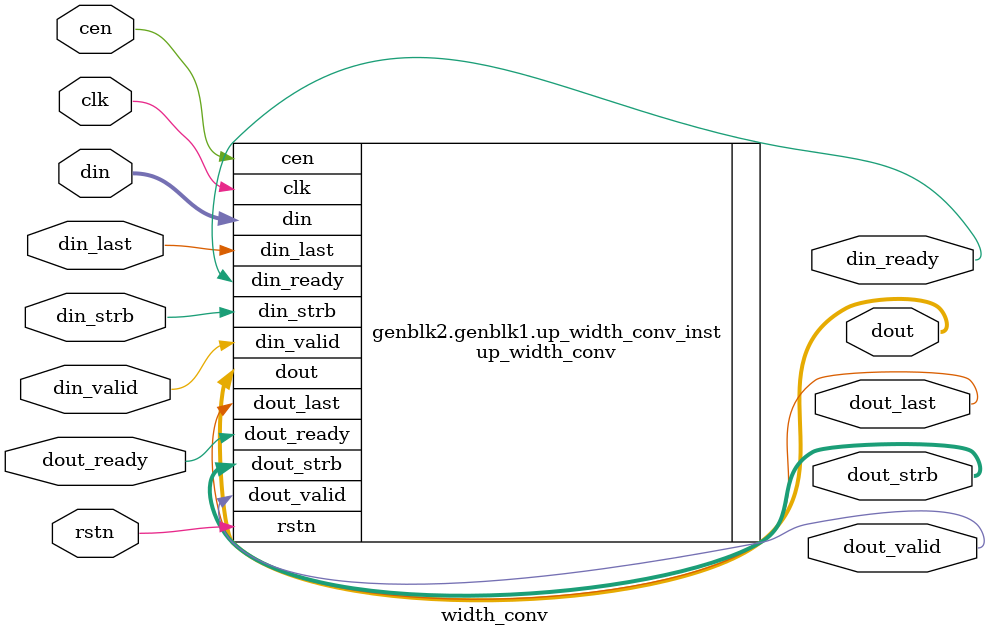
<source format=v>
/* 
 * ----------------------------------------------------------------------------
 *  Project:  Generic
 *  Filename: width_conv.v
 *  Purpose:  High performance up/down width converter.
 * ----------------------------------------------------------------------------
 *  Copyright © 2020-2021, Vaagn Oganesyan <ovgn@protonmail.com>
 *  
 *  Licensed under the Apache License, Version 2.0 (the "License");
 *  you may not use this file except in compliance with the License.
 *  You may obtain a copy of the License at
 *  
 *      http://www.apache.org/licenses/LICENSE-2.0
 *  
 *  Unless required by applicable law or agreed to in writing, software
 *  distributed under the License is distributed on an "AS IS" BASIS,
 *  WITHOUT WARRANTIES OR CONDITIONS OF ANY KIND, either express or implied.
 *  See the License for the specific language governing permissions and
 *  limitations under the License.
 * ----------------------------------------------------------------------------
 */


module width_conv #
(
    parameter DIN_WIDTH  = 8,
    parameter DOUT_WIDTH = 32
)
(
    input   wire                            clk,
    input   wire                            cen,
    input   wire                            rstn,
    
    input   wire    [DIN_WIDTH - 1:0]       din,
    input   wire    [DIN_WIDTH/8 - 1:0]     din_strb,
    input   wire                            din_last,
    input   wire                            din_valid,
    output  wire                            din_ready,
    
    output  wire    [DOUT_WIDTH - 1:0]      dout,
    output  wire    [DOUT_WIDTH/8 - 1:0]    dout_strb,
    output  wire                            dout_last,
    output  wire                            dout_valid,
    input   wire                            dout_ready
);

/*-------------------------------------------------------------------------------------------------------------------------------------*/

    generate
        if ((DIN_WIDTH  < 1)                                              ||
            (DOUT_WIDTH < 1)                                              ||
            ((DOUT_WIDTH % 8) != 0)                                       ||
            ((DIN_WIDTH % 8)  != 0)                                       ||
            ((DIN_WIDTH > DOUT_WIDTH) && ((DIN_WIDTH % DOUT_WIDTH) != 0)) ||
            ((DIN_WIDTH < DOUT_WIDTH) && ((DOUT_WIDTH % DIN_WIDTH) != 0))) begin
            /* Invalid parameter, force error */
            INVALID_PARAMETER invalid_parameters_msg();
        end
    endgenerate

/*-------------------------------------------------------------------------------------------------------------------------------------*/

    generate
        if (DIN_WIDTH == DOUT_WIDTH) begin  /* Bypass */
            assign dout       = din;
            assign dout_strb  = din_strb;
            assign dout_last  = din_last;
            assign dout_valid = din_valid;
            assign din_ready  = dout_ready;
        end else begin
            if (DIN_WIDTH > DOUT_WIDTH) begin   /* Down conversion */
                
                down_width_conv #
                (
                    .DIN_WIDTH  ( DIN_WIDTH  ),
                    .DOUT_WIDTH ( DOUT_WIDTH )
                )
                down_width_conv_inst
                (
                    .clk        ( clk        ),
                    .cen        ( cen        ),
                    .rstn       ( rstn       ),
                    
                    .din        ( din        ),
                    .din_strb   ( din_strb   ),
                    .din_last   ( din_last   ),
                    .din_valid  ( din_valid  ),
                    .din_ready  ( din_ready  ),
                    
                    .dout       ( dout       ),
                    .dout_strb  ( dout_strb  ),
                    .dout_last  ( dout_last  ),
                    .dout_valid ( dout_valid ),
                    .dout_ready ( dout_ready )
                );
                
            end else begin  /* Up conversion */
            
                up_width_conv #
                (
                    .DIN_WIDTH  ( DIN_WIDTH  ),
                    .DOUT_WIDTH ( DOUT_WIDTH )
                )
                up_width_conv_inst
                (
                    .clk        ( clk        ),
                    .cen        ( cen        ),
                    .rstn       ( rstn       ),
                    
                    .din        ( din        ),
                    .din_strb   ( din_strb   ),
                    .din_last   ( din_last   ),
                    .din_valid  ( din_valid  ),
                    .din_ready  ( din_ready  ),
                    
                    .dout       ( dout       ),
                    .dout_strb  ( dout_strb  ),
                    .dout_last  ( dout_last  ),
                    .dout_valid ( dout_valid ),
                    .dout_ready ( dout_ready )
                );
                
            end
        end
    endgenerate
    
/*-------------------------------------------------------------------------------------------------------------------------------------*/
    
endmodule

</source>
